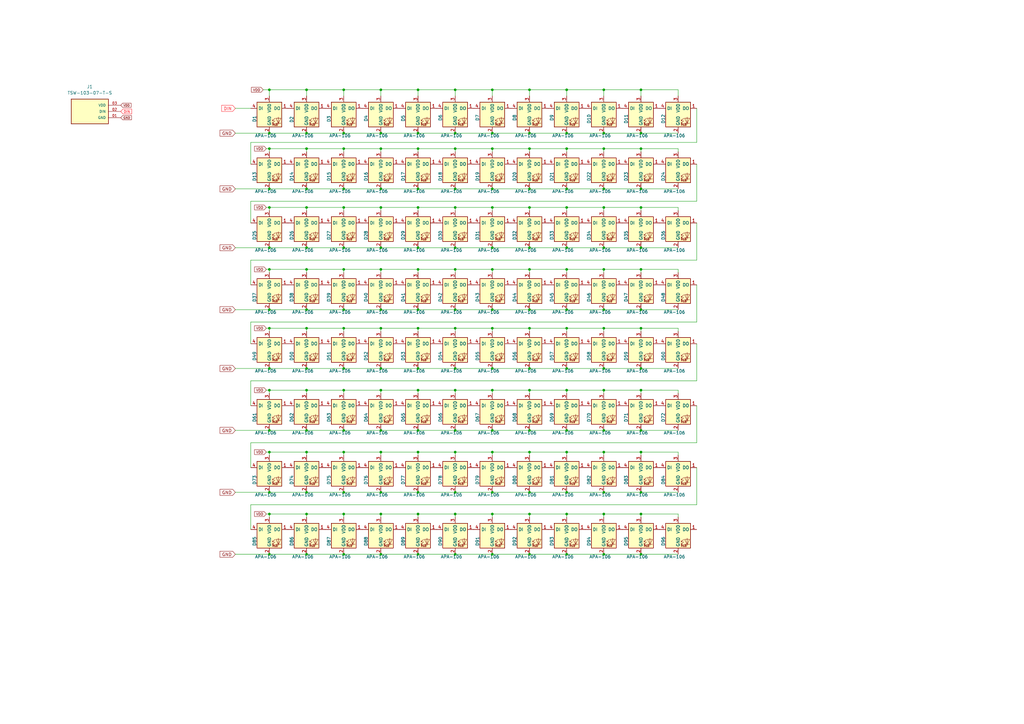
<source format=kicad_sch>
(kicad_sch (version 20231120) (generator "eeschema") (generator_version "8.0")
  (paper "A3")
  (title_block (title "BD1 Led Panel") (date "12-06-2024") (company "felixdpg"))
  (junction (at 232.41 185.42))
  (junction (at 156.21 54.61))
  (junction (at 247.65 201.93))
  (junction (at 171.45 77.47))
  (junction (at 247.65 134.62))
  (junction (at 201.93 210.82))
  (junction (at 140.97 101.6))
  (junction (at 140.97 110.49))
  (junction (at 186.69 101.6))
  (junction (at 232.41 85.09))
  (junction (at 110.49 36.83))
  (junction (at 140.97 176.53))
  (junction (at 186.69 210.82))
  (junction (at 140.97 36.83))
  (junction (at 217.17 210.82))
  (junction (at 232.41 60.96))
  (junction (at 262.89 201.93))
  (junction (at 262.89 176.53))
  (junction (at 232.41 151.13))
  (junction (at 125.73 85.09))
  (junction (at 217.17 134.62))
  (junction (at 156.21 151.13))
  (junction (at 217.17 36.83))
  (junction (at 156.21 60.96))
  (junction (at 140.97 60.96))
  (junction (at 125.73 210.82))
  (junction (at 247.65 185.42))
  (junction (at 201.93 54.61))
  (junction (at 186.69 201.93))
  (junction (at 186.69 160.02))
  (junction (at 232.41 201.93))
  (junction (at 140.97 210.82))
  (junction (at 156.21 210.82))
  (junction (at 156.21 110.49))
  (junction (at 262.89 227.33))
  (junction (at 110.49 54.61))
  (junction (at 201.93 77.47))
  (junction (at 186.69 36.83))
  (junction (at 247.65 85.09))
  (junction (at 186.69 54.61))
  (junction (at 247.65 110.49))
  (junction (at 201.93 127))
  (junction (at 232.41 134.62))
  (junction (at 110.49 134.62))
  (junction (at 201.93 201.93))
  (junction (at 201.93 101.6))
  (junction (at 171.45 101.6))
  (junction (at 186.69 176.53))
  (junction (at 262.89 54.61))
  (junction (at 262.89 185.42))
  (junction (at 217.17 176.53))
  (junction (at 125.73 60.96))
  (junction (at 125.73 151.13))
  (junction (at 247.65 176.53))
  (junction (at 232.41 160.02))
  (junction (at 262.89 160.02))
  (junction (at 232.41 77.47))
  (junction (at 110.49 101.6))
  (junction (at 217.17 185.42))
  (junction (at 217.17 110.49))
  (junction (at 247.65 101.6))
  (junction (at 186.69 151.13))
  (junction (at 125.73 160.02))
  (junction (at 110.49 210.82))
  (junction (at 232.41 176.53))
  (junction (at 125.73 36.83))
  (junction (at 156.21 201.93))
  (junction (at 232.41 101.6))
  (junction (at 110.49 127))
  (junction (at 156.21 185.42))
  (junction (at 171.45 36.83))
  (junction (at 262.89 127))
  (junction (at 247.65 77.47))
  (junction (at 247.65 227.33))
  (junction (at 156.21 176.53))
  (junction (at 201.93 160.02))
  (junction (at 247.65 54.61))
  (junction (at 125.73 54.61))
  (junction (at 262.89 36.83))
  (junction (at 186.69 60.96))
  (junction (at 217.17 160.02))
  (junction (at 110.49 176.53))
  (junction (at 186.69 110.49))
  (junction (at 140.97 151.13))
  (junction (at 125.73 176.53))
  (junction (at 201.93 85.09))
  (junction (at 201.93 185.42))
  (junction (at 125.73 227.33))
  (junction (at 140.97 185.42))
  (junction (at 110.49 110.49))
  (junction (at 156.21 134.62))
  (junction (at 171.45 127))
  (junction (at 156.21 227.33))
  (junction (at 217.17 54.61))
  (junction (at 171.45 60.96))
  (junction (at 125.73 77.47))
  (junction (at 247.65 160.02))
  (junction (at 247.65 60.96))
  (junction (at 201.93 134.62))
  (junction (at 201.93 227.33))
  (junction (at 110.49 60.96))
  (junction (at 156.21 127))
  (junction (at 201.93 36.83))
  (junction (at 262.89 101.6))
  (junction (at 232.41 54.61))
  (junction (at 217.17 127))
  (junction (at 217.17 227.33))
  (junction (at 247.65 127))
  (junction (at 232.41 36.83))
  (junction (at 156.21 160.02))
  (junction (at 156.21 85.09))
  (junction (at 171.45 85.09))
  (junction (at 262.89 110.49))
  (junction (at 110.49 85.09))
  (junction (at 156.21 77.47))
  (junction (at 171.45 201.93))
  (junction (at 156.21 101.6))
  (junction (at 217.17 151.13))
  (junction (at 247.65 210.82))
  (junction (at 140.97 134.62))
  (junction (at 171.45 210.82))
  (junction (at 171.45 160.02))
  (junction (at 110.49 151.13))
  (junction (at 232.41 210.82))
  (junction (at 171.45 110.49))
  (junction (at 140.97 85.09))
  (junction (at 171.45 134.62))
  (junction (at 110.49 227.33))
  (junction (at 140.97 127))
  (junction (at 110.49 160.02))
  (junction (at 125.73 185.42))
  (junction (at 262.89 134.62))
  (junction (at 171.45 185.42))
  (junction (at 262.89 85.09))
  (junction (at 186.69 77.47))
  (junction (at 217.17 77.47))
  (junction (at 156.21 36.83))
  (junction (at 125.73 110.49))
  (junction (at 247.65 36.83))
  (junction (at 247.65 151.13))
  (junction (at 140.97 160.02))
  (junction (at 110.49 185.42))
  (junction (at 201.93 60.96))
  (junction (at 186.69 227.33))
  (junction (at 186.69 134.62))
  (junction (at 262.89 151.13))
  (junction (at 140.97 227.33))
  (junction (at 125.73 201.93))
  (junction (at 125.73 101.6))
  (junction (at 201.93 151.13))
  (junction (at 232.41 110.49))
  (junction (at 232.41 227.33))
  (junction (at 262.89 77.47))
  (junction (at 217.17 101.6))
  (junction (at 140.97 54.61))
  (junction (at 262.89 60.96))
  (junction (at 140.97 77.47))
  (junction (at 125.73 134.62))
  (junction (at 110.49 77.47))
  (junction (at 171.45 54.61))
  (junction (at 217.17 85.09))
  (junction (at 201.93 110.49))
  (junction (at 171.45 227.33))
  (junction (at 232.41 127))
  (junction (at 201.93 176.53))
  (junction (at 217.17 60.96))
  (junction (at 110.49 201.93))
  (junction (at 140.97 201.93))
  (junction (at 262.89 210.82))
  (junction (at 186.69 85.09))
  (junction (at 186.69 127))
  (junction (at 217.17 201.93))
  (junction (at 186.69 185.42))
  (junction (at 171.45 176.53))
  (junction (at 125.73 127))
  (junction (at 171.45 151.13))
  (wire (pts (xy 125.73 85.09) (xy 125.73 86.36)))
  (wire (pts (xy 232.41 110.49) (xy 232.41 111.76)))
  (wire (pts (xy 107.95 36.83) (xy 110.49 36.83)))
  (wire (pts (xy 217.17 60.96) (xy 232.41 60.96)))
  (wire (pts (xy 217.17 227.33) (xy 232.41 227.33)))
  (wire (pts (xy 140.97 77.47) (xy 156.21 77.47)))
  (wire (pts (xy 217.17 36.83) (xy 232.41 36.83)))
  (wire (pts (xy 247.65 77.47) (xy 262.89 77.47)))
  (wire (pts (xy 247.65 160.02) (xy 247.65 161.29)))
  (wire (pts (xy 140.97 110.49) (xy 156.21 110.49)))
  (wire (pts (xy 110.49 227.33) (xy 125.73 227.33)))
  (wire (pts (xy 140.97 134.62) (xy 140.97 135.89)))
  (wire (pts (xy 186.69 77.47) (xy 201.93 77.47)))
  (wire (pts (xy 247.65 185.42) (xy 262.89 185.42)))
  (wire (pts (xy 186.69 176.53) (xy 201.93 176.53)))
  (wire (pts (xy 156.21 110.49) (xy 156.21 111.76)))
  (wire (pts (xy 262.89 134.62) (xy 278.13 134.62)))
  (wire (pts (xy 201.93 185.42) (xy 217.17 185.42)))
  (wire (pts (xy 156.21 127) (xy 171.45 127)))
  (wire (pts (xy 110.49 85.09) (xy 125.73 85.09)))
  (wire (pts (xy 125.73 201.93) (xy 140.97 201.93)))
  (wire (pts (xy 102.87 156.21) (xy 102.87 166.37)))
  (wire (pts (xy 247.65 85.09) (xy 247.65 86.36)))
  (wire (pts (xy 102.87 82.55) (xy 102.87 91.44)))
  (wire (pts (xy 140.97 36.83) (xy 140.97 39.37)))
  (wire (pts (xy 232.41 210.82) (xy 247.65 210.82)))
  (wire (pts (xy 262.89 36.83) (xy 262.89 39.37)))
  (wire (pts (xy 278.13 134.62) (xy 278.13 135.89)))
  (wire (pts (xy 125.73 127) (xy 140.97 127)))
  (wire (pts (xy 140.97 176.53) (xy 156.21 176.53)))
  (wire (pts (xy 140.97 54.61) (xy 156.21 54.61)))
  (wire (pts (xy 247.65 134.62) (xy 247.65 135.89)))
  (wire (pts (xy 262.89 110.49) (xy 262.89 111.76)))
  (wire (pts (xy 232.41 160.02) (xy 247.65 160.02)))
  (wire (pts (xy 278.13 36.83) (xy 278.13 39.37)))
  (wire (pts (xy 140.97 127) (xy 156.21 127)))
  (wire (pts (xy 171.45 36.83) (xy 186.69 36.83)))
  (wire (pts (xy 156.21 60.96) (xy 156.21 62.23)))
  (wire (pts (xy 140.97 185.42) (xy 140.97 186.69)))
  (wire (pts (xy 217.17 85.09) (xy 217.17 86.36)))
  (wire (pts (xy 201.93 85.09) (xy 201.93 86.36)))
  (wire (pts (xy 186.69 160.02) (xy 201.93 160.02)))
  (wire (pts (xy 232.41 110.49) (xy 247.65 110.49)))
  (wire (pts (xy 171.45 134.62) (xy 171.45 135.89)))
  (wire (pts (xy 217.17 36.83) (xy 217.17 39.37)))
  (wire (pts (xy 110.49 176.53) (xy 125.73 176.53)))
  (wire (pts (xy 278.13 185.42) (xy 278.13 186.69)))
  (wire (pts (xy 125.73 185.42) (xy 125.73 186.69)))
  (wire (pts (xy 171.45 210.82) (xy 186.69 210.82)))
  (wire (pts (xy 186.69 227.33) (xy 201.93 227.33)))
  (wire (pts (xy 262.89 54.61) (xy 278.13 54.61)))
  (wire (pts (xy 110.49 185.42) (xy 110.49 186.69)))
  (wire (pts (xy 201.93 54.61) (xy 217.17 54.61)))
  (wire (pts (xy 140.97 134.62) (xy 156.21 134.62)))
  (wire (pts (xy 262.89 176.53) (xy 278.13 176.53)))
  (wire (pts (xy 247.65 210.82) (xy 262.89 210.82)))
  (wire (pts (xy 186.69 210.82) (xy 186.69 212.09)))
  (wire (pts (xy 156.21 160.02) (xy 156.21 161.29)))
  (wire (pts (xy 217.17 60.96) (xy 217.17 62.23)))
  (wire (pts (xy 110.49 201.93) (xy 125.73 201.93)))
  (wire (pts (xy 156.21 134.62) (xy 171.45 134.62)))
  (wire (pts (xy 201.93 151.13) (xy 217.17 151.13)))
  (wire (pts (xy 247.65 210.82) (xy 247.65 212.09)))
  (wire (pts (xy 278.13 85.09) (xy 278.13 86.36)))
  (wire (pts (xy 125.73 85.09) (xy 140.97 85.09)))
  (wire (pts (xy 262.89 210.82) (xy 278.13 210.82)))
  (wire (pts (xy 125.73 185.42) (xy 140.97 185.42)))
  (wire (pts (xy 232.41 101.6) (xy 247.65 101.6)))
  (wire (pts (xy 232.41 54.61) (xy 247.65 54.61)))
  (wire (pts (xy 232.41 160.02) (xy 232.41 161.29)))
  (wire (pts (xy 125.73 227.33) (xy 140.97 227.33)))
  (wire (pts (xy 186.69 151.13) (xy 201.93 151.13)))
  (wire (pts (xy 217.17 77.47) (xy 232.41 77.47)))
  (wire (pts (xy 217.17 110.49) (xy 232.41 110.49)))
  (wire (pts (xy 125.73 210.82) (xy 125.73 212.09)))
  (wire (pts (xy 247.65 110.49) (xy 262.89 110.49)))
  (wire (pts (xy 232.41 85.09) (xy 232.41 86.36)))
  (wire (pts (xy 247.65 201.93) (xy 262.89 201.93)))
  (wire (pts (xy 171.45 60.96) (xy 171.45 62.23)))
  (wire (pts (xy 262.89 77.47) (xy 278.13 77.47)))
  (wire (pts (xy 140.97 160.02) (xy 156.21 160.02)))
  (wire (pts (xy 156.21 227.33) (xy 171.45 227.33)))
  (wire (pts (xy 262.89 160.02) (xy 262.89 161.29)))
  (wire (pts (xy 186.69 134.62) (xy 201.93 134.62)))
  (wire (pts (xy 217.17 54.61) (xy 232.41 54.61)))
  (wire (pts (xy 247.65 110.49) (xy 247.65 111.76)))
  (wire (pts (xy 156.21 134.62) (xy 156.21 135.89)))
  (wire (pts (xy 110.49 60.96) (xy 110.49 62.23)))
  (wire (pts (xy 140.97 210.82) (xy 140.97 212.09)))
  (wire (pts (xy 156.21 151.13) (xy 171.45 151.13)))
  (wire (pts (xy 262.89 60.96) (xy 262.89 62.23)))
  (wire (pts (xy 285.75 91.44) (xy 285.75 106.68)))
  (wire (pts (xy 201.93 201.93) (xy 217.17 201.93)))
  (wire (pts (xy 96.52 77.47) (xy 110.49 77.47)))
  (wire (pts (xy 109.22 85.09) (xy 110.49 85.09)))
  (wire (pts (xy 110.49 110.49) (xy 110.49 111.76)))
  (wire (pts (xy 217.17 127) (xy 232.41 127)))
  (wire (pts (xy 140.97 110.49) (xy 140.97 111.76)))
  (wire (pts (xy 140.97 201.93) (xy 156.21 201.93)))
  (wire (pts (xy 232.41 134.62) (xy 247.65 134.62)))
  (wire (pts (xy 171.45 134.62) (xy 186.69 134.62)))
  (wire (pts (xy 171.45 185.42) (xy 171.45 186.69)))
  (wire (pts (xy 110.49 36.83) (xy 125.73 36.83)))
  (wire (pts (xy 247.65 60.96) (xy 262.89 60.96)))
  (wire (pts (xy 186.69 185.42) (xy 201.93 185.42)))
  (wire (pts (xy 232.41 85.09) (xy 247.65 85.09)))
  (wire (pts (xy 201.93 110.49) (xy 201.93 111.76)))
  (wire (pts (xy 102.87 207.01) (xy 102.87 217.17)))
  (wire (pts (xy 125.73 210.82) (xy 140.97 210.82)))
  (wire (pts (xy 96.52 227.33) (xy 110.49 227.33)))
  (wire (pts (xy 247.65 151.13) (xy 262.89 151.13)))
  (wire (pts (xy 109.22 160.02) (xy 110.49 160.02)))
  (wire (pts (xy 125.73 36.83) (xy 125.73 39.37)))
  (wire (pts (xy 156.21 185.42) (xy 156.21 186.69)))
  (wire (pts (xy 247.65 36.83) (xy 247.65 39.37)))
  (wire (pts (xy 102.87 181.61) (xy 102.87 191.77)))
  (wire (pts (xy 156.21 110.49) (xy 171.45 110.49)))
  (wire (pts (xy 109.22 185.42) (xy 110.49 185.42)))
  (wire (pts (xy 110.49 134.62) (xy 125.73 134.62)))
  (wire (pts (xy 247.65 101.6) (xy 262.89 101.6)))
  (wire (pts (xy 125.73 77.47) (xy 140.97 77.47)))
  (wire (pts (xy 217.17 160.02) (xy 217.17 161.29)))
  (wire (pts (xy 278.13 160.02) (xy 278.13 161.29)))
  (wire (pts (xy 217.17 210.82) (xy 217.17 212.09)))
  (wire (pts (xy 156.21 77.47) (xy 171.45 77.47)))
  (wire (pts (xy 201.93 210.82) (xy 217.17 210.82)))
  (wire (pts (xy 247.65 160.02) (xy 262.89 160.02)))
  (wire (pts (xy 156.21 160.02) (xy 171.45 160.02)))
  (wire (pts (xy 232.41 227.33) (xy 247.65 227.33)))
  (wire (pts (xy 140.97 60.96) (xy 156.21 60.96)))
  (wire (pts (xy 171.45 85.09) (xy 171.45 86.36)))
  (wire (pts (xy 217.17 110.49) (xy 217.17 111.76)))
  (wire (pts (xy 125.73 110.49) (xy 140.97 110.49)))
  (wire (pts (xy 285.75 82.55) (xy 102.87 82.55)))
  (wire (pts (xy 262.89 110.49) (xy 278.13 110.49)))
  (wire (pts (xy 262.89 85.09) (xy 262.89 86.36)))
  (wire (pts (xy 217.17 185.42) (xy 217.17 186.69)))
  (wire (pts (xy 201.93 134.62) (xy 201.93 135.89)))
  (wire (pts (xy 186.69 110.49) (xy 201.93 110.49)))
  (wire (pts (xy 201.93 176.53) (xy 217.17 176.53)))
  (wire (pts (xy 278.13 110.49) (xy 278.13 111.76)))
  (wire (pts (xy 171.45 176.53) (xy 186.69 176.53)))
  (wire (pts (xy 232.41 151.13) (xy 247.65 151.13)))
  (wire (pts (xy 96.52 176.53) (xy 110.49 176.53)))
  (wire (pts (xy 217.17 160.02) (xy 232.41 160.02)))
  (wire (pts (xy 232.41 134.62) (xy 232.41 135.89)))
  (wire (pts (xy 171.45 36.83) (xy 171.45 39.37)))
  (wire (pts (xy 247.65 134.62) (xy 262.89 134.62)))
  (wire (pts (xy 262.89 60.96) (xy 278.13 60.96)))
  (wire (pts (xy 125.73 134.62) (xy 125.73 135.89)))
  (wire (pts (xy 102.87 207.01) (xy 285.75 207.01)))
  (wire (pts (xy 285.75 181.61) (xy 102.87 181.61)))
  (wire (pts (xy 217.17 201.93) (xy 232.41 201.93)))
  (wire (pts (xy 156.21 54.61) (xy 171.45 54.61)))
  (wire (pts (xy 217.17 85.09) (xy 232.41 85.09)))
  (wire (pts (xy 171.45 77.47) (xy 186.69 77.47)))
  (wire (pts (xy 125.73 101.6) (xy 140.97 101.6)))
  (wire (pts (xy 201.93 134.62) (xy 217.17 134.62)))
  (wire (pts (xy 232.41 77.47) (xy 247.65 77.47)))
  (wire (pts (xy 201.93 227.33) (xy 217.17 227.33)))
  (wire (pts (xy 110.49 54.61) (xy 125.73 54.61)))
  (wire (pts (xy 201.93 36.83) (xy 201.93 39.37)))
  (wire (pts (xy 262.89 210.82) (xy 262.89 212.09)))
  (wire (pts (xy 285.75 156.21) (xy 285.75 140.97)))
  (wire (pts (xy 232.41 127) (xy 247.65 127)))
  (wire (pts (xy 201.93 101.6) (xy 217.17 101.6)))
  (wire (pts (xy 232.41 201.93) (xy 247.65 201.93)))
  (wire (pts (xy 262.89 134.62) (xy 262.89 135.89)))
  (wire (pts (xy 186.69 36.83) (xy 201.93 36.83)))
  (wire (pts (xy 232.41 176.53) (xy 247.65 176.53)))
  (wire (pts (xy 140.97 36.83) (xy 156.21 36.83)))
  (wire (pts (xy 262.89 85.09) (xy 278.13 85.09)))
  (wire (pts (xy 262.89 101.6) (xy 278.13 101.6)))
  (wire (pts (xy 102.87 156.21) (xy 285.75 156.21)))
  (wire (pts (xy 262.89 127) (xy 278.13 127)))
  (wire (pts (xy 171.45 210.82) (xy 171.45 212.09)))
  (wire (pts (xy 232.41 36.83) (xy 232.41 39.37)))
  (wire (pts (xy 110.49 160.02) (xy 110.49 161.29)))
  (wire (pts (xy 186.69 210.82) (xy 201.93 210.82)))
  (wire (pts (xy 247.65 227.33) (xy 262.89 227.33)))
  (wire (pts (xy 201.93 77.47) (xy 217.17 77.47)))
  (wire (pts (xy 125.73 151.13) (xy 140.97 151.13)))
  (wire (pts (xy 156.21 36.83) (xy 156.21 39.37)))
  (wire (pts (xy 171.45 160.02) (xy 186.69 160.02)))
  (wire (pts (xy 110.49 210.82) (xy 110.49 212.09)))
  (wire (pts (xy 247.65 85.09) (xy 262.89 85.09)))
  (wire (pts (xy 125.73 36.83) (xy 140.97 36.83)))
  (wire (pts (xy 262.89 36.83) (xy 278.13 36.83)))
  (wire (pts (xy 110.49 210.82) (xy 125.73 210.82)))
  (wire (pts (xy 110.49 77.47) (xy 125.73 77.47)))
  (wire (pts (xy 186.69 36.83) (xy 186.69 39.37)))
  (wire (pts (xy 186.69 160.02) (xy 186.69 161.29)))
  (wire (pts (xy 171.45 110.49) (xy 171.45 111.76)))
  (wire (pts (xy 140.97 60.96) (xy 140.97 62.23)))
  (wire (pts (xy 110.49 151.13) (xy 125.73 151.13)))
  (wire (pts (xy 278.13 210.82) (xy 278.13 212.09)))
  (wire (pts (xy 125.73 160.02) (xy 140.97 160.02)))
  (wire (pts (xy 247.65 176.53) (xy 262.89 176.53)))
  (wire (pts (xy 285.75 116.84) (xy 285.75 132.08)))
  (wire (pts (xy 186.69 101.6) (xy 201.93 101.6)))
  (wire (pts (xy 285.75 67.31) (xy 285.75 82.55)))
  (wire (pts (xy 186.69 201.93) (xy 201.93 201.93)))
  (wire (pts (xy 285.75 191.77) (xy 285.75 207.01)))
  (wire (pts (xy 217.17 176.53) (xy 232.41 176.53)))
  (wire (pts (xy 262.89 151.13) (xy 278.13 151.13)))
  (wire (pts (xy 247.65 185.42) (xy 247.65 186.69)))
  (wire (pts (xy 156.21 60.96) (xy 171.45 60.96)))
  (wire (pts (xy 110.49 160.02) (xy 125.73 160.02)))
  (wire (pts (xy 110.49 185.42) (xy 125.73 185.42)))
  (wire (pts (xy 232.41 185.42) (xy 247.65 185.42)))
  (wire (pts (xy 156.21 101.6) (xy 171.45 101.6)))
  (wire (pts (xy 285.75 44.45) (xy 285.75 58.42)))
  (wire (pts (xy 201.93 127) (xy 217.17 127)))
  (wire (pts (xy 140.97 85.09) (xy 156.21 85.09)))
  (wire (pts (xy 232.41 60.96) (xy 232.41 62.23)))
  (wire (pts (xy 96.52 201.93) (xy 110.49 201.93)))
  (wire (pts (xy 125.73 60.96) (xy 125.73 62.23)))
  (wire (pts (xy 217.17 134.62) (xy 217.17 135.89)))
  (wire (pts (xy 171.45 160.02) (xy 171.45 161.29)))
  (wire (pts (xy 217.17 101.6) (xy 232.41 101.6)))
  (wire (pts (xy 247.65 36.83) (xy 262.89 36.83)))
  (wire (pts (xy 201.93 36.83) (xy 217.17 36.83)))
  (wire (pts (xy 110.49 60.96) (xy 125.73 60.96)))
  (wire (pts (xy 201.93 160.02) (xy 201.93 161.29)))
  (wire (pts (xy 110.49 134.62) (xy 110.49 135.89)))
  (wire (pts (xy 109.22 110.49) (xy 110.49 110.49)))
  (wire (pts (xy 278.13 60.96) (xy 278.13 62.23)))
  (wire (pts (xy 262.89 201.93) (xy 278.13 201.93)))
  (wire (pts (xy 217.17 151.13) (xy 232.41 151.13)))
  (wire (pts (xy 247.65 60.96) (xy 247.65 62.23)))
  (wire (pts (xy 171.45 60.96) (xy 186.69 60.96)))
  (wire (pts (xy 186.69 60.96) (xy 201.93 60.96)))
  (wire (pts (xy 171.45 110.49) (xy 186.69 110.49)))
  (wire (pts (xy 201.93 210.82) (xy 201.93 212.09)))
  (wire (pts (xy 110.49 110.49) (xy 125.73 110.49)))
  (wire (pts (xy 285.75 166.37) (xy 285.75 181.61)))
  (wire (pts (xy 102.87 132.08) (xy 102.87 140.97)))
  (wire (pts (xy 140.97 85.09) (xy 140.97 86.36)))
  (wire (pts (xy 232.41 36.83) (xy 247.65 36.83)))
  (wire (pts (xy 247.65 54.61) (xy 262.89 54.61)))
  (wire (pts (xy 186.69 85.09) (xy 186.69 86.36)))
  (wire (pts (xy 186.69 54.61) (xy 201.93 54.61)))
  (wire (pts (xy 262.89 227.33) (xy 278.13 227.33)))
  (wire (pts (xy 171.45 54.61) (xy 186.69 54.61)))
  (wire (pts (xy 140.97 210.82) (xy 156.21 210.82)))
  (wire (pts (xy 186.69 134.62) (xy 186.69 135.89)))
  (wire (pts (xy 262.89 185.42) (xy 278.13 185.42)))
  (wire (pts (xy 110.49 85.09) (xy 110.49 86.36)))
  (wire (pts (xy 102.87 106.68) (xy 102.87 116.84)))
  (wire (pts (xy 201.93 110.49) (xy 217.17 110.49)))
  (wire (pts (xy 201.93 160.02) (xy 217.17 160.02)))
  (wire (pts (xy 285.75 106.68) (xy 102.87 106.68)))
  (wire (pts (xy 125.73 134.62) (xy 140.97 134.62)))
  (wire (pts (xy 232.41 210.82) (xy 232.41 212.09)))
  (wire (pts (xy 262.89 160.02) (xy 278.13 160.02)))
  (wire (pts (xy 156.21 185.42) (xy 171.45 185.42)))
  (wire (pts (xy 171.45 85.09) (xy 186.69 85.09)))
  (wire (pts (xy 96.52 44.45) (xy 102.87 44.45)))
  (wire (pts (xy 110.49 101.6) (xy 125.73 101.6)))
  (wire (pts (xy 102.87 132.08) (xy 285.75 132.08)))
  (wire (pts (xy 156.21 85.09) (xy 156.21 86.36)))
  (wire (pts (xy 186.69 85.09) (xy 201.93 85.09)))
  (wire (pts (xy 186.69 110.49) (xy 186.69 111.76)))
  (wire (pts (xy 140.97 101.6) (xy 156.21 101.6)))
  (wire (pts (xy 140.97 160.02) (xy 140.97 161.29)))
  (wire (pts (xy 201.93 185.42) (xy 201.93 186.69)))
  (wire (pts (xy 125.73 60.96) (xy 140.97 60.96)))
  (wire (pts (xy 171.45 101.6) (xy 186.69 101.6)))
  (wire (pts (xy 262.89 185.42) (xy 262.89 186.69)))
  (wire (pts (xy 156.21 210.82) (xy 156.21 212.09)))
  (wire (pts (xy 110.49 127) (xy 125.73 127)))
  (wire (pts (xy 102.87 58.42) (xy 102.87 67.31)))
  (wire (pts (xy 171.45 201.93) (xy 186.69 201.93)))
  (wire (pts (xy 201.93 85.09) (xy 217.17 85.09)))
  (wire (pts (xy 217.17 210.82) (xy 232.41 210.82)))
  (wire (pts (xy 201.93 60.96) (xy 217.17 60.96)))
  (wire (pts (xy 125.73 54.61) (xy 140.97 54.61)))
  (wire (pts (xy 156.21 176.53) (xy 171.45 176.53)))
  (wire (pts (xy 125.73 160.02) (xy 125.73 161.29)))
  (wire (pts (xy 156.21 36.83) (xy 171.45 36.83)))
  (wire (pts (xy 96.52 54.61) (xy 110.49 54.61)))
  (wire (pts (xy 217.17 185.42) (xy 232.41 185.42)))
  (wire (pts (xy 201.93 60.96) (xy 201.93 62.23)))
  (wire (pts (xy 110.49 36.83) (xy 110.49 39.37)))
  (wire (pts (xy 156.21 85.09) (xy 171.45 85.09)))
  (wire (pts (xy 156.21 201.93) (xy 171.45 201.93)))
  (wire (pts (xy 156.21 210.82) (xy 171.45 210.82)))
  (wire (pts (xy 109.22 60.96) (xy 110.49 60.96)))
  (wire (pts (xy 186.69 127) (xy 201.93 127)))
  (wire (pts (xy 140.97 227.33) (xy 156.21 227.33)))
  (wire (pts (xy 96.52 151.13) (xy 110.49 151.13)))
  (wire (pts (xy 217.17 134.62) (xy 232.41 134.62)))
  (wire (pts (xy 109.22 134.62) (xy 110.49 134.62)))
  (wire (pts (xy 140.97 151.13) (xy 156.21 151.13)))
  (wire (pts (xy 171.45 127) (xy 186.69 127)))
  (wire (pts (xy 171.45 227.33) (xy 186.69 227.33)))
  (wire (pts (xy 125.73 110.49) (xy 125.73 111.76)))
  (wire (pts (xy 96.52 101.6) (xy 110.49 101.6)))
  (wire (pts (xy 96.52 127) (xy 110.49 127)))
  (wire (pts (xy 171.45 185.42) (xy 186.69 185.42)))
  (wire (pts (xy 109.22 210.82) (xy 110.49 210.82)))
  (wire (pts (xy 285.75 58.42) (xy 102.87 58.42)))
  (wire (pts (xy 247.65 127) (xy 262.89 127)))
  (wire (pts (xy 125.73 176.53) (xy 140.97 176.53)))
  (wire (pts (xy 232.41 60.96) (xy 247.65 60.96)))
  (wire (pts (xy 186.69 60.96) (xy 186.69 62.23)))
  (wire (pts (xy 232.41 185.42) (xy 232.41 186.69)))
  (wire (pts (xy 140.97 185.42) (xy 156.21 185.42)))
  (wire (pts (xy 186.69 185.42) (xy 186.69 186.69)))
  (wire (pts (xy 171.45 151.13) (xy 186.69 151.13)))
  (global_label "GND" (shape input) (at 96.52 201.93 180) (property "Intersheetrefs" "${INTERSHEET_REFS}" (effects (hide yes))))
  (global_label "GND" (shape input) (at 96.52 227.33 180) (property "Intersheetrefs" "${INTERSHEET_REFS}" (effects (hide yes))))
  (global_label "VDD" (shape input) (at 109.22 110.49 180) (effects (font (size 1.016 1.016))) (property "Intersheetrefs" "${INTERSHEET_REFS}" (effects (hide yes))))
  (global_label "VDD" (shape input) (at 49.53 43.18 0) (effects (font (size 0.889 0.889))) (property "Intersheetrefs" "${INTERSHEET_REFS}" (effects (hide yes))))
  (global_label "VDD" (shape input) (at 109.22 134.62 180) (effects (font (size 1.016 1.016))) (property "Intersheetrefs" "${INTERSHEET_REFS}" (effects (hide yes))))
  (global_label "GND" (shape input) (at 96.52 127 180) (property "Intersheetrefs" "${INTERSHEET_REFS}" (effects (hide yes))))
  (global_label "GND" (shape input) (at 96.52 77.47 180) (property "Intersheetrefs" "${INTERSHEET_REFS}" (effects (hide yes))))
  (global_label "VDD" (shape input) (at 109.22 60.96 180) (effects (font (size 1.016 1.016))) (property "Intersheetrefs" "${INTERSHEET_REFS}" (effects (hide yes))))
  (global_label "VDD" (shape input) (at 109.22 85.09 180) (effects (font (size 1.016 1.016))) (property "Intersheetrefs" "${INTERSHEET_REFS}" (effects (hide yes))))
  (global_label "VDD" (shape input) (at 109.22 160.02 180) (effects (font (size 1.016 1.016))) (property "Intersheetrefs" "${INTERSHEET_REFS}" (effects (hide yes))))
  (global_label "GND" (shape input) (at 96.52 101.6 180) (property "Intersheetrefs" "${INTERSHEET_REFS}" (effects (hide yes))))
  (global_label "VDD" (shape input) (at 107.95 36.83 180) (effects (font (size 1.016 1.016))) (property "Intersheetrefs" "${INTERSHEET_REFS}" (effects (hide yes))))
  (global_label "GND" (shape input) (at 49.53 48.26 0) (effects (font (size 0.889 0.889))) (property "Intersheetrefs" "${INTERSHEET_REFS}" (effects (hide yes))))
  (global_label "DIN" (shape input) (at 96.52 44.45 180) (property "Intersheetrefs" "${INTERSHEET_REFS}" (effects (hide yes))))
  (global_label "GND" (shape input) (at 96.52 54.61 180) (property "Intersheetrefs" "${INTERSHEET_REFS}" (effects (hide yes))))
  (global_label "DIN" (shape input) (at 49.53 45.72 0) (effects (font (size 1.016 1.016))) (property "Intersheetrefs" "${INTERSHEET_REFS}" (effects (hide yes))))
  (global_label "VDD" (shape input) (at 109.22 210.82 180) (effects (font (size 1.016 1.016))) (property "Intersheetrefs" "${INTERSHEET_REFS}" (effects (hide yes))))
  (global_label "VDD" (shape input) (at 109.22 185.42 180) (effects (font (size 1.016 1.016))) (property "Intersheetrefs" "${INTERSHEET_REFS}" (effects (hide yes))))
  (global_label "GND" (shape input) (at 96.52 151.13 180) (property "Intersheetrefs" "${INTERSHEET_REFS}" (effects (hide yes))))
  (global_label "GND" (shape input) (at 96.52 176.53 180) (property "Intersheetrefs" "${INTERSHEET_REFS}" (effects (hide yes))))
  (symbol (lib_id "LED:APA-106-F5") (at 156.21 46.99 0) (unit 1)
    (property "Reference" "D4" (at 150.114 48.514 90))
    (property "Value" "APA-106" (at 154.686 55.626 0))
    (property "Footprint" "LED_THT:LED_D5.0mm-4_RGB" (effects (hide yes)))
    (property "Datasheet" "https://cdn.sparkfun.com/datasheets/Components/LED/COM-12877.pdf" (effects (hide yes)))
    (property "Description" "RGB LED with integrated controller, 5mm Package" (effects (hide yes)))
  )
  (symbol (lib_id "LED:APA-106-F5") (at 140.97 46.99 0) (unit 1)
    (property "Reference" "D3" (at 134.874 48.768 90))
    (property "Value" "APA-106" (at 139.446 55.626 0))
    (property "Footprint" "LED_THT:LED_D5.0mm-4_RGB" (effects (hide yes)))
    (property "Datasheet" "https://cdn.sparkfun.com/datasheets/Components/LED/COM-12877.pdf" (effects (hide yes)))
    (property "Description" "RGB LED with integrated controller, 5mm Package" (effects (hide yes)))
  )
  (symbol (lib_id "LED:APA-106-F5") (at 278.13 219.71 0) (unit 1)
    (property "Reference" "D96" (at 272.034 221.996 90))
    (property "Value" "APA-106" (at 276.606 228.346 0))
    (property "Footprint" "LED_THT:LED_D5.0mm-4_RGB" (effects (hide yes)))
    (property "Datasheet" "https://cdn.sparkfun.com/datasheets/Components/LED/COM-12877.pdf" (effects (hide yes)))
    (property "Description" "RGB LED with integrated controller, 5mm Package" (effects (hide yes)))
  )
  (symbol (lib_id "LED:APA-106-F5") (at 232.41 93.98 0) (unit 1)
    (property "Reference" "D33" (at 226.314 96.52 90))
    (property "Value" "APA-106" (at 230.886 102.616 0))
    (property "Footprint" "LED_THT:LED_D5.0mm-4_RGB" (effects (hide yes)))
    (property "Datasheet" "https://cdn.sparkfun.com/datasheets/Components/LED/COM-12877.pdf" (effects (hide yes)))
    (property "Description" "RGB LED with integrated controller, 5mm Package" (effects (hide yes)))
  )
  (symbol (lib_id "LED:APA-106-F5") (at 140.97 168.91 0) (unit 1)
    (property "Reference" "D63" (at 134.874 171.196 90))
    (property "Value" "APA-106" (at 139.446 177.546 0))
    (property "Footprint" "LED_THT:LED_D5.0mm-4_RGB" (effects (hide yes)))
    (property "Datasheet" "https://cdn.sparkfun.com/datasheets/Components/LED/COM-12877.pdf" (effects (hide yes)))
    (property "Description" "RGB LED with integrated controller, 5mm Package" (effects (hide yes)))
  )
  (symbol (lib_id "LED:APA-106-F5") (at 125.73 46.99 0) (unit 1)
    (property "Reference" "D2" (at 119.634 49.022 90))
    (property "Value" "APA-106" (at 124.206 55.626 0))
    (property "Footprint" "LED_THT:LED_D5.0mm-4_RGB" (effects (hide yes)))
    (property "Datasheet" "https://cdn.sparkfun.com/datasheets/Components/LED/COM-12877.pdf" (effects (hide yes)))
    (property "Description" "RGB LED with integrated controller, 5mm Package" (effects (hide yes)))
  )
  (symbol (lib_id "LED:APA-106-F5") (at 247.65 69.85 0) (unit 1)
    (property "Reference" "D22" (at 241.554 72.39 90))
    (property "Value" "APA-106" (at 246.126 78.486 0))
    (property "Footprint" "LED_THT:LED_D5.0mm-4_RGB" (effects (hide yes)))
    (property "Datasheet" "https://cdn.sparkfun.com/datasheets/Components/LED/COM-12877.pdf" (effects (hide yes)))
    (property "Description" "RGB LED with integrated controller, 5mm Package" (effects (hide yes)))
  )
  (symbol (lib_id "LED:APA-106-F5") (at 186.69 119.38 0) (unit 1)
    (property "Reference" "D42" (at 180.594 121.92 90))
    (property "Value" "APA-106" (at 185.166 128.016 0))
    (property "Footprint" "LED_THT:LED_D5.0mm-4_RGB" (effects (hide yes)))
    (property "Datasheet" "https://cdn.sparkfun.com/datasheets/Components/LED/COM-12877.pdf" (effects (hide yes)))
    (property "Description" "RGB LED with integrated controller, 5mm Package" (effects (hide yes)))
  )
  (symbol (lib_id "LED:APA-106-F5") (at 232.41 168.91 0) (unit 1)
    (property "Reference" "D69" (at 226.314 171.196 90))
    (property "Value" "APA-106" (at 230.886 177.546 0))
    (property "Footprint" "LED_THT:LED_D5.0mm-4_RGB" (effects (hide yes)))
    (property "Datasheet" "https://cdn.sparkfun.com/datasheets/Components/LED/COM-12877.pdf" (effects (hide yes)))
    (property "Description" "RGB LED with integrated controller, 5mm Package" (effects (hide yes)))
  )
  (symbol (lib_id "LED:APA-106-F5") (at 171.45 168.91 0) (unit 1)
    (property "Reference" "D65" (at 165.354 171.196 90))
    (property "Value" "APA-106" (at 169.926 177.546 0))
    (property "Footprint" "LED_THT:LED_D5.0mm-4_RGB" (effects (hide yes)))
    (property "Datasheet" "https://cdn.sparkfun.com/datasheets/Components/LED/COM-12877.pdf" (effects (hide yes)))
    (property "Description" "RGB LED with integrated controller, 5mm Package" (effects (hide yes)))
  )
  (symbol (lib_id "LED:APA-106-F5") (at 140.97 143.51 0) (unit 1)
    (property "Reference" "D51" (at 134.874 146.05 90))
    (property "Value" "APA-106" (at 139.446 152.146 0))
    (property "Footprint" "LED_THT:LED_D5.0mm-4_RGB" (effects (hide yes)))
    (property "Datasheet" "https://cdn.sparkfun.com/datasheets/Components/LED/COM-12877.pdf" (effects (hide yes)))
    (property "Description" "RGB LED with integrated controller, 5mm Package" (effects (hide yes)))
  )
  (symbol (lib_id "LED:APA-106-F5") (at 278.13 168.91 0) (unit 1)
    (property "Reference" "D72" (at 272.034 171.196 90))
    (property "Value" "APA-106" (at 276.606 177.546 0))
    (property "Footprint" "LED_THT:LED_D5.0mm-4_RGB" (effects (hide yes)))
    (property "Datasheet" "https://cdn.sparkfun.com/datasheets/Components/LED/COM-12877.pdf" (effects (hide yes)))
    (property "Description" "RGB LED with integrated controller, 5mm Package" (effects (hide yes)))
  )
  (symbol (lib_id "LED:APA-106-F5") (at 110.49 93.98 0) (unit 1)
    (property "Reference" "D25" (at 104.394 96.52 90))
    (property "Value" "APA-106" (at 108.966 102.616 0))
    (property "Footprint" "LED_THT:LED_D5.0mm-4_RGB" (effects (hide yes)))
    (property "Datasheet" "https://cdn.sparkfun.com/datasheets/Components/LED/COM-12877.pdf" (effects (hide yes)))
    (property "Description" "RGB LED with integrated controller, 5mm Package" (effects (hide yes)))
  )
  (symbol (lib_id "LED:APA-106-F5") (at 217.17 194.31 0) (unit 1)
    (property "Reference" "D80" (at 211.074 196.85 90))
    (property "Value" "APA-106" (at 215.646 202.946 0))
    (property "Footprint" "LED_THT:LED_D5.0mm-4_RGB" (effects (hide yes)))
    (property "Datasheet" "https://cdn.sparkfun.com/datasheets/Components/LED/COM-12877.pdf" (effects (hide yes)))
    (property "Description" "RGB LED with integrated controller, 5mm Package" (effects (hide yes)))
  )
  (symbol (lib_id "LED:APA-106-F5") (at 125.73 143.51 0) (unit 1)
    (property "Reference" "D50" (at 119.634 146.05 90))
    (property "Value" "APA-106" (at 124.206 152.146 0))
    (property "Footprint" "LED_THT:LED_D5.0mm-4_RGB" (effects (hide yes)))
    (property "Datasheet" "https://cdn.sparkfun.com/datasheets/Components/LED/COM-12877.pdf" (effects (hide yes)))
    (property "Description" "RGB LED with integrated controller, 5mm Package" (effects (hide yes)))
  )
  (symbol (lib_id "LED:APA-106-F5") (at 232.41 194.31 0) (unit 1)
    (property "Reference" "D81" (at 226.314 196.85 90))
    (property "Value" "APA-106" (at 230.886 202.946 0))
    (property "Footprint" "LED_THT:LED_D5.0mm-4_RGB" (effects (hide yes)))
    (property "Datasheet" "https://cdn.sparkfun.com/datasheets/Components/LED/COM-12877.pdf" (effects (hide yes)))
    (property "Description" "RGB LED with integrated controller, 5mm Package" (effects (hide yes)))
  )
  (symbol (lib_id "LED:APA-106-F5") (at 156.21 69.85 0) (unit 1)
    (property "Reference" "D16" (at 150.114 72.39 90))
    (property "Value" "APA-106" (at 154.686 78.486 0))
    (property "Footprint" "LED_THT:LED_D5.0mm-4_RGB" (effects (hide yes)))
    (property "Datasheet" "https://cdn.sparkfun.com/datasheets/Components/LED/COM-12877.pdf" (effects (hide yes)))
    (property "Description" "RGB LED with integrated controller, 5mm Package" (effects (hide yes)))
  )
  (symbol (lib_id "LED:APA-106-F5") (at 156.21 219.71 0) (unit 1)
    (property "Reference" "D88" (at 150.114 221.996 90))
    (property "Value" "APA-106" (at 154.686 228.346 0))
    (property "Footprint" "LED_THT:LED_D5.0mm-4_RGB" (effects (hide yes)))
    (property "Datasheet" "https://cdn.sparkfun.com/datasheets/Components/LED/COM-12877.pdf" (effects (hide yes)))
    (property "Description" "RGB LED with integrated controller, 5mm Package" (effects (hide yes)))
  )
  (symbol (lib_id "LED:APA-106-F5") (at 217.17 143.51 0) (unit 1)
    (property "Reference" "D56" (at 211.074 146.05 90))
    (property "Value" "APA-106" (at 215.646 152.146 0))
    (property "Footprint" "LED_THT:LED_D5.0mm-4_RGB" (effects (hide yes)))
    (property "Datasheet" "https://cdn.sparkfun.com/datasheets/Components/LED/COM-12877.pdf" (effects (hide yes)))
    (property "Description" "RGB LED with integrated controller, 5mm Package" (effects (hide yes)))
  )
  (symbol (lib_id "LED:APA-106-F5") (at 247.65 119.38 0) (unit 1)
    (property "Reference" "D46" (at 241.554 121.92 90))
    (property "Value" "APA-106" (at 246.126 128.016 0))
    (property "Footprint" "LED_THT:LED_D5.0mm-4_RGB" (effects (hide yes)))
    (property "Datasheet" "https://cdn.sparkfun.com/datasheets/Components/LED/COM-12877.pdf" (effects (hide yes)))
    (property "Description" "RGB LED with integrated controller, 5mm Package" (effects (hide yes)))
  )
  (symbol (lib_id "LED:APA-106-F5") (at 232.41 46.99 0) (unit 1)
    (property "Reference" "D9" (at 226.314 48.26 90))
    (property "Value" "APA-106" (at 230.886 55.626 0))
    (property "Footprint" "LED_THT:LED_D5.0mm-4_RGB" (effects (hide yes)))
    (property "Datasheet" "https://cdn.sparkfun.com/datasheets/Components/LED/COM-12877.pdf" (effects (hide yes)))
    (property "Description" "RGB LED with integrated controller, 5mm Package" (effects (hide yes)))
  )
  (symbol (lib_id "LED:APA-106-F5") (at 110.49 119.38 0) (unit 1)
    (property "Reference" "D37" (at 104.394 121.92 90))
    (property "Value" "APA-106" (at 108.966 128.016 0))
    (property "Footprint" "LED_THT:LED_D5.0mm-4_RGB" (effects (hide yes)))
    (property "Datasheet" "https://cdn.sparkfun.com/datasheets/Components/LED/COM-12877.pdf" (effects (hide yes)))
    (property "Description" "RGB LED with integrated controller, 5mm Package" (effects (hide yes)))
  )
  (symbol (lib_id "LED:APA-106-F5") (at 110.49 46.99 0) (unit 1)
    (property "Reference" "D1" (at 104.394 48.768 90))
    (property "Value" "APA-106" (at 108.966 55.626 0))
    (property "Footprint" "LED_THT:LED_D5.0mm-4_RGB" (effects (hide yes)))
    (property "Datasheet" "https://cdn.sparkfun.com/datasheets/Components/LED/COM-12877.pdf" (effects (hide yes)))
    (property "Description" "RGB LED with integrated controller, 5mm Package" (effects (hide yes)))
  )
  (symbol (lib_id "LED:APA-106-F5") (at 262.89 194.31 0) (unit 1)
    (property "Reference" "D83" (at 256.794 196.85 90))
    (property "Value" "APA-106" (at 261.366 202.946 0))
    (property "Footprint" "LED_THT:LED_D5.0mm-4_RGB" (effects (hide yes)))
    (property "Datasheet" "https://cdn.sparkfun.com/datasheets/Components/LED/COM-12877.pdf" (effects (hide yes)))
    (property "Description" "RGB LED with integrated controller, 5mm Package" (effects (hide yes)))
  )
  (symbol (lib_id "LED:APA-106-F5") (at 125.73 194.31 0) (unit 1)
    (property "Reference" "D74" (at 119.634 196.85 90))
    (property "Value" "APA-106" (at 124.206 202.946 0))
    (property "Footprint" "LED_THT:LED_D5.0mm-4_RGB" (effects (hide yes)))
    (property "Datasheet" "https://cdn.sparkfun.com/datasheets/Components/LED/COM-12877.pdf" (effects (hide yes)))
    (property "Description" "RGB LED with integrated controller, 5mm Package" (effects (hide yes)))
  )
  (symbol (lib_id "LED:APA-106-F5") (at 201.93 93.98 0) (unit 1)
    (property "Reference" "D31" (at 195.834 96.52 90))
    (property "Value" "APA-106" (at 200.406 102.616 0))
    (property "Footprint" "LED_THT:LED_D5.0mm-4_RGB" (effects (hide yes)))
    (property "Datasheet" "https://cdn.sparkfun.com/datasheets/Components/LED/COM-12877.pdf" (effects (hide yes)))
    (property "Description" "RGB LED with integrated controller, 5mm Package" (effects (hide yes)))
  )
  (symbol (lib_id "LED:APA-106-F5") (at 125.73 69.85 0) (unit 1)
    (property "Reference" "D14" (at 119.634 72.39 90))
    (property "Value" "APA-106" (at 124.206 78.486 0))
    (property "Footprint" "LED_THT:LED_D5.0mm-4_RGB" (effects (hide yes)))
    (property "Datasheet" "https://cdn.sparkfun.com/datasheets/Components/LED/COM-12877.pdf" (effects (hide yes)))
    (property "Description" "RGB LED with integrated controller, 5mm Package" (effects (hide yes)))
  )
  (symbol (lib_id "LED:APA-106-F5") (at 125.73 168.91 0) (unit 1)
    (property "Reference" "D62" (at 119.634 171.196 90))
    (property "Value" "APA-106" (at 124.206 177.546 0))
    (property "Footprint" "LED_THT:LED_D5.0mm-4_RGB" (effects (hide yes)))
    (property "Datasheet" "https://cdn.sparkfun.com/datasheets/Components/LED/COM-12877.pdf" (effects (hide yes)))
    (property "Description" "RGB LED with integrated controller, 5mm Package" (effects (hide yes)))
  )
  (symbol (lib_id "LED:APA-106-F5") (at 140.97 93.98 0) (unit 1)
    (property "Reference" "D27" (at 134.874 96.52 90))
    (property "Value" "APA-106" (at 139.446 102.616 0))
    (property "Footprint" "LED_THT:LED_D5.0mm-4_RGB" (effects (hide yes)))
    (property "Datasheet" "https://cdn.sparkfun.com/datasheets/Components/LED/COM-12877.pdf" (effects (hide yes)))
    (property "Description" "RGB LED with integrated controller, 5mm Package" (effects (hide yes)))
  )
  (symbol (lib_id "LED:APA-106-F5") (at 125.73 93.98 0) (unit 1)
    (property "Reference" "D26" (at 119.634 96.52 90))
    (property "Value" "APA-106" (at 124.206 102.616 0))
    (property "Footprint" "LED_THT:LED_D5.0mm-4_RGB" (effects (hide yes)))
    (property "Datasheet" "https://cdn.sparkfun.com/datasheets/Components/LED/COM-12877.pdf" (effects (hide yes)))
    (property "Description" "RGB LED with integrated controller, 5mm Package" (effects (hide yes)))
  )
  (symbol (lib_id "LED:APA-106-F5") (at 125.73 219.71 0) (unit 1)
    (property "Reference" "D86" (at 119.634 221.996 90))
    (property "Value" "APA-106" (at 124.206 228.346 0))
    (property "Footprint" "LED_THT:LED_D5.0mm-4_RGB" (effects (hide yes)))
    (property "Datasheet" "https://cdn.sparkfun.com/datasheets/Components/LED/COM-12877.pdf" (effects (hide yes)))
    (property "Description" "RGB LED with integrated controller, 5mm Package" (effects (hide yes)))
  )
  (symbol (lib_id "LED:APA-106-F5") (at 125.73 119.38 0) (unit 1)
    (property "Reference" "D38" (at 119.634 121.92 90))
    (property "Value" "APA-106" (at 124.206 128.016 0))
    (property "Footprint" "LED_THT:LED_D5.0mm-4_RGB" (effects (hide yes)))
    (property "Datasheet" "https://cdn.sparkfun.com/datasheets/Components/LED/COM-12877.pdf" (effects (hide yes)))
    (property "Description" "RGB LED with integrated controller, 5mm Package" (effects (hide yes)))
  )
  (symbol (lib_id "LED:APA-106-F5") (at 156.21 119.38 0) (unit 1)
    (property "Reference" "D40" (at 150.114 121.92 90))
    (property "Value" "APA-106" (at 154.686 128.016 0))
    (property "Footprint" "LED_THT:LED_D5.0mm-4_RGB" (effects (hide yes)))
    (property "Datasheet" "https://cdn.sparkfun.com/datasheets/Components/LED/COM-12877.pdf" (effects (hide yes)))
    (property "Description" "RGB LED with integrated controller, 5mm Package" (effects (hide yes)))
  )
  (symbol (lib_id "LED:APA-106-F5") (at 232.41 69.85 0) (unit 1)
    (property "Reference" "D21" (at 226.314 72.39 90))
    (property "Value" "APA-106" (at 230.886 78.486 0))
    (property "Footprint" "LED_THT:LED_D5.0mm-4_RGB" (effects (hide yes)))
    (property "Datasheet" "https://cdn.sparkfun.com/datasheets/Components/LED/COM-12877.pdf" (effects (hide yes)))
    (property "Description" "RGB LED with integrated controller, 5mm Package" (effects (hide yes)))
  )
  (symbol (lib_id "LED:APA-106-F5") (at 140.97 219.71 0) (unit 1)
    (property "Reference" "D87" (at 134.874 221.996 90))
    (property "Value" "APA-106" (at 139.446 228.346 0))
    (property "Footprint" "LED_THT:LED_D5.0mm-4_RGB" (effects (hide yes)))
    (property "Datasheet" "https://cdn.sparkfun.com/datasheets/Components/LED/COM-12877.pdf" (effects (hide yes)))
    (property "Description" "RGB LED with integrated controller, 5mm Package" (effects (hide yes)))
  )
  (symbol (lib_id "LED:APA-106-F5") (at 186.69 69.85 0) (unit 1)
    (property "Reference" "D18" (at 180.594 72.39 90))
    (property "Value" "APA-106" (at 185.166 78.486 0))
    (property "Footprint" "LED_THT:LED_D5.0mm-4_RGB" (effects (hide yes)))
    (property "Datasheet" "https://cdn.sparkfun.com/datasheets/Components/LED/COM-12877.pdf" (effects (hide yes)))
    (property "Description" "RGB LED with integrated controller, 5mm Package" (effects (hide yes)))
  )
  (symbol (lib_id "LED:APA-106-F5") (at 262.89 168.91 0) (unit 1)
    (property "Reference" "D71" (at 256.794 171.196 90))
    (property "Value" "APA-106" (at 261.366 177.546 0))
    (property "Footprint" "LED_THT:LED_D5.0mm-4_RGB" (effects (hide yes)))
    (property "Datasheet" "https://cdn.sparkfun.com/datasheets/Components/LED/COM-12877.pdf" (effects (hide yes)))
    (property "Description" "RGB LED with integrated controller, 5mm Package" (effects (hide yes)))
  )
  (symbol (lib_id "LED:APA-106-F5") (at 156.21 194.31 0) (unit 1)
    (property "Reference" "D76" (at 150.114 196.85 90))
    (property "Value" "APA-106" (at 154.686 202.946 0))
    (property "Footprint" "LED_THT:LED_D5.0mm-4_RGB" (effects (hide yes)))
    (property "Datasheet" "https://cdn.sparkfun.com/datasheets/Components/LED/COM-12877.pdf" (effects (hide yes)))
    (property "Description" "RGB LED with integrated controller, 5mm Package" (effects (hide yes)))
  )
  (symbol (lib_id "LED:APA-106-F5") (at 247.65 46.99 0) (unit 1)
    (property "Reference" "D10" (at 241.554 48.768 90))
    (property "Value" "APA-106" (at 246.126 55.626 0))
    (property "Footprint" "LED_THT:LED_D5.0mm-4_RGB" (effects (hide yes)))
    (property "Datasheet" "https://cdn.sparkfun.com/datasheets/Components/LED/COM-12877.pdf" (effects (hide yes)))
    (property "Description" "RGB LED with integrated controller, 5mm Package" (effects (hide yes)))
  )
  (symbol (lib_id "LED:APA-106-F5") (at 232.41 219.71 0) (unit 1)
    (property "Reference" "D93" (at 226.314 221.996 90))
    (property "Value" "APA-106" (at 230.886 228.346 0))
    (property "Footprint" "LED_THT:LED_D5.0mm-4_RGB" (effects (hide yes)))
    (property "Datasheet" "https://cdn.sparkfun.com/datasheets/Components/LED/COM-12877.pdf" (effects (hide yes)))
    (property "Description" "RGB LED with integrated controller, 5mm Package" (effects (hide yes)))
  )
  (symbol (lib_id "LED:APA-106-F5") (at 201.93 219.71 0) (unit 1)
    (property "Reference" "D91" (at 195.834 221.996 90))
    (property "Value" "APA-106" (at 200.406 228.346 0))
    (property "Footprint" "LED_THT:LED_D5.0mm-4_RGB" (effects (hide yes)))
    (property "Datasheet" "https://cdn.sparkfun.com/datasheets/Components/LED/COM-12877.pdf" (effects (hide yes)))
    (property "Description" "RGB LED with integrated controller, 5mm Package" (effects (hide yes)))
  )
  (symbol (lib_id "LED:APA-106-F5") (at 278.13 69.85 0) (unit 1)
    (property "Reference" "D24" (at 272.034 72.39 90))
    (property "Value" "APA-106" (at 276.606 78.486 0))
    (property "Footprint" "LED_THT:LED_D5.0mm-4_RGB" (effects (hide yes)))
    (property "Datasheet" "https://cdn.sparkfun.com/datasheets/Components/LED/COM-12877.pdf" (effects (hide yes)))
    (property "Description" "RGB LED with integrated controller, 5mm Package" (effects (hide yes)))
  )
  (symbol (lib_id "LED:APA-106-F5") (at 278.13 119.38 0) (unit 1)
    (property "Reference" "D48" (at 272.034 121.92 90))
    (property "Value" "APA-106" (at 276.606 128.016 0))
    (property "Footprint" "LED_THT:LED_D5.0mm-4_RGB" (effects (hide yes)))
    (property "Datasheet" "https://cdn.sparkfun.com/datasheets/Components/LED/COM-12877.pdf" (effects (hide yes)))
    (property "Description" "RGB LED with integrated controller, 5mm Package" (effects (hide yes)))
  )
  (symbol (lib_id "LED:APA-106-F5") (at 247.65 194.31 0) (unit 1)
    (property "Reference" "D82" (at 241.554 196.85 90))
    (property "Value" "APA-106" (at 246.126 202.946 0))
    (property "Footprint" "LED_THT:LED_D5.0mm-4_RGB" (effects (hide yes)))
    (property "Datasheet" "https://cdn.sparkfun.com/datasheets/Components/LED/COM-12877.pdf" (effects (hide yes)))
    (property "Description" "RGB LED with integrated controller, 5mm Package" (effects (hide yes)))
  )
  (symbol (lib_id "LED:APA-106-F5") (at 217.17 46.99 0) (unit 1)
    (property "Reference" "D8" (at 211.074 48.26 90))
    (property "Value" "APA-106" (at 215.646 55.626 0))
    (property "Footprint" "LED_THT:LED_D5.0mm-4_RGB" (effects (hide yes)))
    (property "Datasheet" "https://cdn.sparkfun.com/datasheets/Components/LED/COM-12877.pdf" (effects (hide yes)))
    (property "Description" "RGB LED with integrated controller, 5mm Package" (effects (hide yes)))
  )
  (symbol (lib_id "LED:APA-106-F5") (at 217.17 119.38 0) (unit 1)
    (property "Reference" "D44" (at 211.074 121.92 90))
    (property "Value" "APA-106" (at 215.646 128.016 0))
    (property "Footprint" "LED_THT:LED_D5.0mm-4_RGB" (effects (hide yes)))
    (property "Datasheet" "https://cdn.sparkfun.com/datasheets/Components/LED/COM-12877.pdf" (effects (hide yes)))
    (property "Description" "RGB LED with integrated controller, 5mm Package" (effects (hide yes)))
  )
  (symbol (lib_id "LED:APA-106-F5") (at 186.69 219.71 0) (unit 1)
    (property "Reference" "D90" (at 180.594 221.996 90))
    (property "Value" "APA-106" (at 185.166 228.346 0))
    (property "Footprint" "LED_THT:LED_D5.0mm-4_RGB" (effects (hide yes)))
    (property "Datasheet" "https://cdn.sparkfun.com/datasheets/Components/LED/COM-12877.pdf" (effects (hide yes)))
    (property "Description" "RGB LED with integrated controller, 5mm Package" (effects (hide yes)))
  )
  (symbol (lib_id "LED:APA-106-F5") (at 186.69 194.31 0) (unit 1)
    (property "Reference" "D78" (at 180.594 196.85 90))
    (property "Value" "APA-106" (at 185.166 202.946 0))
    (property "Footprint" "LED_THT:LED_D5.0mm-4_RGB" (effects (hide yes)))
    (property "Datasheet" "https://cdn.sparkfun.com/datasheets/Components/LED/COM-12877.pdf" (effects (hide yes)))
    (property "Description" "RGB LED with integrated controller, 5mm Package" (effects (hide yes)))
  )
  (symbol (lib_id "LED:APA-106-F5") (at 201.93 168.91 0) (unit 1)
    (property "Reference" "D67" (at 195.834 171.196 90))
    (property "Value" "APA-106" (at 200.406 177.546 0))
    (property "Footprint" "LED_THT:LED_D5.0mm-4_RGB" (effects (hide yes)))
    (property "Datasheet" "https://cdn.sparkfun.com/datasheets/Components/LED/COM-12877.pdf" (effects (hide yes)))
    (property "Description" "RGB LED with integrated controller, 5mm Package" (effects (hide yes)))
  )
  (symbol (lib_id "LED:APA-106-F5") (at 217.17 219.71 0) (unit 1)
    (property "Reference" "D92" (at 211.074 221.996 90))
    (property "Value" "APA-106" (at 215.646 228.346 0))
    (property "Footprint" "LED_THT:LED_D5.0mm-4_RGB" (effects (hide yes)))
    (property "Datasheet" "https://cdn.sparkfun.com/datasheets/Components/LED/COM-12877.pdf" (effects (hide yes)))
    (property "Description" "RGB LED with integrated controller, 5mm Package" (effects (hide yes)))
  )
  (symbol (lib_id "LED:APA-106-F5") (at 186.69 93.98 0) (unit 1)
    (property "Reference" "D30" (at 180.594 96.52 90))
    (property "Value" "APA-106" (at 185.166 102.616 0))
    (property "Footprint" "LED_THT:LED_D5.0mm-4_RGB" (effects (hide yes)))
    (property "Datasheet" "https://cdn.sparkfun.com/datasheets/Components/LED/COM-12877.pdf" (effects (hide yes)))
    (property "Description" "RGB LED with integrated controller, 5mm Package" (effects (hide yes)))
  )
  (symbol (lib_id "LED:APA-106-F5") (at 232.41 143.51 0) (unit 1)
    (property "Reference" "D57" (at 226.314 146.05 90))
    (property "Value" "APA-106" (at 230.886 152.146 0))
    (property "Footprint" "LED_THT:LED_D5.0mm-4_RGB" (effects (hide yes)))
    (property "Datasheet" "https://cdn.sparkfun.com/datasheets/Components/LED/COM-12877.pdf" (effects (hide yes)))
    (property "Description" "RGB LED with integrated controller, 5mm Package" (effects (hide yes)))
  )
  (symbol (lib_id "LED:APA-106-F5") (at 247.65 219.71 0) (unit 1)
    (property "Reference" "D94" (at 241.554 221.996 90))
    (property "Value" "APA-106" (at 246.126 228.346 0))
    (property "Footprint" "LED_THT:LED_D5.0mm-4_RGB" (effects (hide yes)))
    (property "Datasheet" "https://cdn.sparkfun.com/datasheets/Components/LED/COM-12877.pdf" (effects (hide yes)))
    (property "Description" "RGB LED with integrated controller, 5mm Package" (effects (hide yes)))
  )
  (symbol (lib_id "LED:APA-106-F5") (at 110.49 69.85 0) (unit 1)
    (property "Reference" "D13" (at 104.394 72.39 90))
    (property "Value" "APA-106" (at 108.966 78.486 0))
    (property "Footprint" "LED_THT:LED_D5.0mm-4_RGB" (effects (hide yes)))
    (property "Datasheet" "https://cdn.sparkfun.com/datasheets/Components/LED/COM-12877.pdf" (effects (hide yes)))
    (property "Description" "RGB LED with integrated controller, 5mm Package" (effects (hide yes)))
  )
  (symbol (lib_id "LED:APA-106-F5") (at 171.45 69.85 0) (unit 1)
    (property "Reference" "D17" (at 165.354 72.39 90))
    (property "Value" "APA-106" (at 169.926 78.486 0))
    (property "Footprint" "LED_THT:LED_D5.0mm-4_RGB" (effects (hide yes)))
    (property "Datasheet" "https://cdn.sparkfun.com/datasheets/Components/LED/COM-12877.pdf" (effects (hide yes)))
    (property "Description" "RGB LED with integrated controller, 5mm Package" (effects (hide yes)))
  )
  (symbol (lib_id "LED:APA-106-F5") (at 186.69 46.99 0) (unit 1)
    (property "Reference" "D6" (at 180.594 48.26 90))
    (property "Value" "APA-106" (at 185.166 55.626 0))
    (property "Footprint" "LED_THT:LED_D5.0mm-4_RGB" (effects (hide yes)))
    (property "Datasheet" "https://cdn.sparkfun.com/datasheets/Components/LED/COM-12877.pdf" (effects (hide yes)))
    (property "Description" "RGB LED with integrated controller, 5mm Package" (effects (hide yes)))
  )
  (symbol (lib_id "LED:APA-106-F5") (at 262.89 93.98 0) (unit 1)
    (property "Reference" "D35" (at 256.794 96.52 90))
    (property "Value" "APA-106" (at 261.366 102.616 0))
    (property "Footprint" "LED_THT:LED_D5.0mm-4_RGB" (effects (hide yes)))
    (property "Datasheet" "https://cdn.sparkfun.com/datasheets/Components/LED/COM-12877.pdf" (effects (hide yes)))
    (property "Description" "RGB LED with integrated controller, 5mm Package" (effects (hide yes)))
  )
  (symbol (lib_id "LED:APA-106-F5") (at 156.21 143.51 0) (unit 1)
    (property "Reference" "D52" (at 150.114 146.05 90))
    (property "Value" "APA-106" (at 154.686 152.146 0))
    (property "Footprint" "LED_THT:LED_D5.0mm-4_RGB" (effects (hide yes)))
    (property "Datasheet" "https://cdn.sparkfun.com/datasheets/Components/LED/COM-12877.pdf" (effects (hide yes)))
    (property "Description" "RGB LED with integrated controller, 5mm Package" (effects (hide yes)))
  )
  (symbol (lib_id "LED:APA-106-F5") (at 171.45 143.51 0) (unit 1)
    (property "Reference" "D53" (at 165.354 146.05 90))
    (property "Value" "APA-106" (at 169.926 152.146 0))
    (property "Footprint" "LED_THT:LED_D5.0mm-4_RGB" (effects (hide yes)))
    (property "Datasheet" "https://cdn.sparkfun.com/datasheets/Components/LED/COM-12877.pdf" (effects (hide yes)))
    (property "Description" "RGB LED with integrated controller, 5mm Package" (effects (hide yes)))
  )
  (symbol (lib_id "LED:APA-106-F5") (at 171.45 46.99 0) (unit 1)
    (property "Reference" "D5" (at 165.354 48.514 90))
    (property "Value" "APA-106" (at 169.926 55.626 0))
    (property "Footprint" "LED_THT:LED_D5.0mm-4_RGB" (effects (hide yes)))
    (property "Datasheet" "https://cdn.sparkfun.com/datasheets/Components/LED/COM-12877.pdf" (effects (hide yes)))
    (property "Description" "RGB LED with integrated controller, 5mm Package" (effects (hide yes)))
  )
  (symbol (lib_id "LED:APA-106-F5") (at 140.97 194.31 0) (unit 1)
    (property "Reference" "D75" (at 134.874 196.85 90))
    (property "Value" "APA-106" (at 139.446 202.946 0))
    (property "Footprint" "LED_THT:LED_D5.0mm-4_RGB" (effects (hide yes)))
    (property "Datasheet" "https://cdn.sparkfun.com/datasheets/Components/LED/COM-12877.pdf" (effects (hide yes)))
    (property "Description" "RGB LED with integrated controller, 5mm Package" (effects (hide yes)))
  )
  (symbol (lib_id "LED:APA-106-F5") (at 201.93 194.31 0) (unit 1)
    (property "Reference" "D79" (at 195.834 196.85 90))
    (property "Value" "APA-106" (at 200.406 202.946 0))
    (property "Footprint" "LED_THT:LED_D5.0mm-4_RGB" (effects (hide yes)))
    (property "Datasheet" "https://cdn.sparkfun.com/datasheets/Components/LED/COM-12877.pdf" (effects (hide yes)))
    (property "Description" "RGB LED with integrated controller, 5mm Package" (effects (hide yes)))
  )
  (symbol (lib_id "LED:APA-106-F5") (at 110.49 143.51 0) (unit 1)
    (property "Reference" "D49" (at 104.394 146.05 90))
    (property "Value" "APA-106" (at 108.966 152.146 0))
    (property "Footprint" "LED_THT:LED_D5.0mm-4_RGB" (effects (hide yes)))
    (property "Datasheet" "https://cdn.sparkfun.com/datasheets/Components/LED/COM-12877.pdf" (effects (hide yes)))
    (property "Description" "RGB LED with integrated controller, 5mm Package" (effects (hide yes)))
  )
  (symbol (lib_id "LED:APA-106-F5") (at 156.21 168.91 0) (unit 1)
    (property "Reference" "D64" (at 150.114 171.196 90))
    (property "Value" "APA-106" (at 154.686 177.546 0))
    (property "Footprint" "LED_THT:LED_D5.0mm-4_RGB" (effects (hide yes)))
    (property "Datasheet" "https://cdn.sparkfun.com/datasheets/Components/LED/COM-12877.pdf" (effects (hide yes)))
    (property "Description" "RGB LED with integrated controller, 5mm Package" (effects (hide yes)))
  )
  (symbol (lib_id "LED:APA-106-F5") (at 278.13 46.99 0) (unit 1)
    (property "Reference" "D12" (at 272.034 48.768 90))
    (property "Value" "APA-106" (at 276.606 55.626 0))
    (property "Footprint" "LED_THT:LED_D5.0mm-4_RGB" (effects (hide yes)))
    (property "Datasheet" "https://cdn.sparkfun.com/datasheets/Components/LED/COM-12877.pdf" (effects (hide yes)))
    (property "Description" "RGB LED with integrated controller, 5mm Package" (effects (hide yes)))
  )
  (symbol (lib_id "LED:APA-106-F5") (at 186.69 143.51 0) (unit 1)
    (property "Reference" "D54" (at 180.594 146.05 90))
    (property "Value" "APA-106" (at 185.166 152.146 0))
    (property "Footprint" "LED_THT:LED_D5.0mm-4_RGB" (effects (hide yes)))
    (property "Datasheet" "https://cdn.sparkfun.com/datasheets/Components/LED/COM-12877.pdf" (effects (hide yes)))
    (property "Description" "RGB LED with integrated controller, 5mm Package" (effects (hide yes)))
  )
  (symbol (lib_id "LED:APA-106-F5") (at 278.13 93.98 0) (unit 1)
    (property "Reference" "D36" (at 272.034 96.52 90))
    (property "Value" "APA-106" (at 276.606 102.616 0))
    (property "Footprint" "LED_THT:LED_D5.0mm-4_RGB" (effects (hide yes)))
    (property "Datasheet" "https://cdn.sparkfun.com/datasheets/Components/LED/COM-12877.pdf" (effects (hide yes)))
    (property "Description" "RGB LED with integrated controller, 5mm Package" (effects (hide yes)))
  )
  (symbol (lib_id "LED:APA-106-F5") (at 110.49 168.91 0) (unit 1)
    (property "Reference" "D61" (at 104.394 171.196 90))
    (property "Value" "APA-106" (at 108.966 177.546 0))
    (property "Footprint" "LED_THT:LED_D5.0mm-4_RGB" (effects (hide yes)))
    (property "Datasheet" "https://cdn.sparkfun.com/datasheets/Components/LED/COM-12877.pdf" (effects (hide yes)))
    (property "Description" "RGB LED with integrated controller, 5mm Package" (effects (hide yes)))
  )
  (symbol (lib_id "LED:APA-106-F5") (at 110.49 194.31 0) (unit 1)
    (property "Reference" "D73" (at 104.394 196.85 90))
    (property "Value" "APA-106" (at 108.966 202.946 0))
    (property "Footprint" "LED_THT:LED_D5.0mm-4_RGB" (effects (hide yes)))
    (property "Datasheet" "https://cdn.sparkfun.com/datasheets/Components/LED/COM-12877.pdf" (effects (hide yes)))
    (property "Description" "RGB LED with integrated controller, 5mm Package" (effects (hide yes)))
  )
  (symbol (lib_id "LED:APA-106-F5") (at 140.97 119.38 0) (unit 1)
    (property "Reference" "D39" (at 134.874 121.92 90))
    (property "Value" "APA-106" (at 139.446 128.016 0))
    (property "Footprint" "LED_THT:LED_D5.0mm-4_RGB" (effects (hide yes)))
    (property "Datasheet" "https://cdn.sparkfun.com/datasheets/Components/LED/COM-12877.pdf" (effects (hide yes)))
    (property "Description" "RGB LED with integrated controller, 5mm Package" (effects (hide yes)))
  )
  (symbol (lib_id "LED:APA-106-F5") (at 201.93 46.99 0) (unit 1)
    (property "Reference" "D7" (at 195.834 48.26 90))
    (property "Value" "APA-106" (at 200.406 55.626 0))
    (property "Footprint" "LED_THT:LED_D5.0mm-4_RGB" (effects (hide yes)))
    (property "Datasheet" "https://cdn.sparkfun.com/datasheets/Components/LED/COM-12877.pdf" (effects (hide yes)))
    (property "Description" "RGB LED with integrated controller, 5mm Package" (effects (hide yes)))
  )
  (symbol (lib_id "LED:APA-106-F5") (at 201.93 119.38 0) (unit 1)
    (property "Reference" "D43" (at 195.834 121.92 90))
    (property "Value" "APA-106" (at 200.406 128.016 0))
    (property "Footprint" "LED_THT:LED_D5.0mm-4_RGB" (effects (hide yes)))
    (property "Datasheet" "https://cdn.sparkfun.com/datasheets/Components/LED/COM-12877.pdf" (effects (hide yes)))
    (property "Description" "RGB LED with integrated controller, 5mm Package" (effects (hide yes)))
  )
  (symbol (lib_id "LED:APA-106-F5") (at 232.41 119.38 0) (unit 1)
    (property "Reference" "D45" (at 226.314 121.92 90))
    (property "Value" "APA-106" (at 230.886 128.016 0))
    (property "Footprint" "LED_THT:LED_D5.0mm-4_RGB" (effects (hide yes)))
    (property "Datasheet" "https://cdn.sparkfun.com/datasheets/Components/LED/COM-12877.pdf" (effects (hide yes)))
    (property "Description" "RGB LED with integrated controller, 5mm Package" (effects (hide yes)))
  )
  (symbol (lib_id "LED:APA-106-F5") (at 171.45 93.98 0) (unit 1)
    (property "Reference" "D29" (at 165.354 96.52 90))
    (property "Value" "APA-106" (at 169.926 102.616 0))
    (property "Footprint" "LED_THT:LED_D5.0mm-4_RGB" (effects (hide yes)))
    (property "Datasheet" "https://cdn.sparkfun.com/datasheets/Components/LED/COM-12877.pdf" (effects (hide yes)))
    (property "Description" "RGB LED with integrated controller, 5mm Package" (effects (hide yes)))
  )
  (symbol (lib_id "LED:APA-106-F5") (at 171.45 194.31 0) (unit 1)
    (property "Reference" "D77" (at 165.354 196.85 90))
    (property "Value" "APA-106" (at 169.926 202.946 0))
    (property "Footprint" "LED_THT:LED_D5.0mm-4_RGB" (effects (hide yes)))
    (property "Datasheet" "https://cdn.sparkfun.com/datasheets/Components/LED/COM-12877.pdf" (effects (hide yes)))
    (property "Description" "RGB LED with integrated controller, 5mm Package" (effects (hide yes)))
  )
  (symbol (lib_id "LED:APA-106-F5") (at 262.89 119.38 0) (unit 1)
    (property "Reference" "D47" (at 256.794 121.92 90))
    (property "Value" "APA-106" (at 261.366 128.016 0))
    (property "Footprint" "LED_THT:LED_D5.0mm-4_RGB" (effects (hide yes)))
    (property "Datasheet" "https://cdn.sparkfun.com/datasheets/Components/LED/COM-12877.pdf" (effects (hide yes)))
    (property "Description" "RGB LED with integrated controller, 5mm Package" (effects (hide yes)))
  )
  (symbol (lib_id "LED:APA-106-F5") (at 217.17 168.91 0) (unit 1)
    (property "Reference" "D68" (at 211.074 171.196 90))
    (property "Value" "APA-106" (at 215.646 177.546 0))
    (property "Footprint" "LED_THT:LED_D5.0mm-4_RGB" (effects (hide yes)))
    (property "Datasheet" "https://cdn.sparkfun.com/datasheets/Components/LED/COM-12877.pdf" (effects (hide yes)))
    (property "Description" "RGB LED with integrated controller, 5mm Package" (effects (hide yes)))
  )
  (symbol (lib_id "LED:APA-106-F5") (at 247.65 143.51 0) (unit 1)
    (property "Reference" "D58" (at 241.554 146.05 90))
    (property "Value" "APA-106" (at 246.126 152.146 0))
    (property "Footprint" "LED_THT:LED_D5.0mm-4_RGB" (effects (hide yes)))
    (property "Datasheet" "https://cdn.sparkfun.com/datasheets/Components/LED/COM-12877.pdf" (effects (hide yes)))
    (property "Description" "RGB LED with integrated controller, 5mm Package" (effects (hide yes)))
  )
  (symbol (lib_id "LED:APA-106-F5") (at 262.89 46.99 0) (unit 1)
    (property "Reference" "D11" (at 256.794 48.768 90))
    (property "Value" "APA-106" (at 261.366 55.626 0))
    (property "Footprint" "LED_THT:LED_D5.0mm-4_RGB" (effects (hide yes)))
    (property "Datasheet" "https://cdn.sparkfun.com/datasheets/Components/LED/COM-12877.pdf" (effects (hide yes)))
    (property "Description" "RGB LED with integrated controller, 5mm Package" (effects (hide yes)))
  )
  (symbol (lib_id "LED:APA-106-F5") (at 247.65 168.91 0) (unit 1)
    (property "Reference" "D70" (at 241.554 171.196 90))
    (property "Value" "APA-106" (at 246.126 177.546 0))
    (property "Footprint" "LED_THT:LED_D5.0mm-4_RGB" (effects (hide yes)))
    (property "Datasheet" "https://cdn.sparkfun.com/datasheets/Components/LED/COM-12877.pdf" (effects (hide yes)))
    (property "Description" "RGB LED with integrated controller, 5mm Package" (effects (hide yes)))
  )
  (symbol (lib_id "LED:APA-106-F5") (at 217.17 93.98 0) (unit 1)
    (property "Reference" "D32" (at 211.074 96.52 90))
    (property "Value" "APA-106" (at 215.646 102.616 0))
    (property "Footprint" "LED_THT:LED_D5.0mm-4_RGB" (effects (hide yes)))
    (property "Datasheet" "https://cdn.sparkfun.com/datasheets/Components/LED/COM-12877.pdf" (effects (hide yes)))
    (property "Description" "RGB LED with integrated controller, 5mm Package" (effects (hide yes)))
  )
  (symbol (lib_id "LED:APA-106-F5") (at 247.65 93.98 0) (unit 1)
    (property "Reference" "D34" (at 241.554 96.52 90))
    (property "Value" "APA-106" (at 246.126 102.616 0))
    (property "Footprint" "LED_THT:LED_D5.0mm-4_RGB" (effects (hide yes)))
    (property "Datasheet" "https://cdn.sparkfun.com/datasheets/Components/LED/COM-12877.pdf" (effects (hide yes)))
    (property "Description" "RGB LED with integrated controller, 5mm Package" (effects (hide yes)))
  )
  (symbol (lib_id "LED:APA-106-F5") (at 278.13 143.51 0) (unit 1)
    (property "Reference" "D60" (at 272.034 146.05 90))
    (property "Value" "APA-106" (at 276.606 152.146 0))
    (property "Footprint" "LED_THT:LED_D5.0mm-4_RGB" (effects (hide yes)))
    (property "Datasheet" "https://cdn.sparkfun.com/datasheets/Components/LED/COM-12877.pdf" (effects (hide yes)))
    (property "Description" "RGB LED with integrated controller, 5mm Package" (effects (hide yes)))
  )
  (symbol (lib_id "LED:APA-106-F5") (at 262.89 219.71 0) (unit 1)
    (property "Reference" "D95" (at 256.794 221.996 90))
    (property "Value" "APA-106" (at 261.366 228.346 0))
    (property "Footprint" "LED_THT:LED_D5.0mm-4_RGB" (effects (hide yes)))
    (property "Datasheet" "https://cdn.sparkfun.com/datasheets/Components/LED/COM-12877.pdf" (effects (hide yes)))
    (property "Description" "RGB LED with integrated controller, 5mm Package" (effects (hide yes)))
  )
  (symbol (lib_id "LED:APA-106-F5") (at 156.21 93.98 0) (unit 1)
    (property "Reference" "D28" (at 150.114 96.52 90))
    (property "Value" "APA-106" (at 154.686 102.616 0))
    (property "Footprint" "LED_THT:LED_D5.0mm-4_RGB" (effects (hide yes)))
    (property "Datasheet" "https://cdn.sparkfun.com/datasheets/Components/LED/COM-12877.pdf" (effects (hide yes)))
    (property "Description" "RGB LED with integrated controller, 5mm Package" (effects (hide yes)))
  )
  (symbol (lib_id "LED:APA-106-F5") (at 171.45 119.38 0) (unit 1)
    (property "Reference" "D41" (at 165.354 121.92 90))
    (property "Value" "APA-106" (at 169.926 128.016 0))
    (property "Footprint" "LED_THT:LED_D5.0mm-4_RGB" (effects (hide yes)))
    (property "Datasheet" "https://cdn.sparkfun.com/datasheets/Components/LED/COM-12877.pdf" (effects (hide yes)))
    (property "Description" "RGB LED with integrated controller, 5mm Package" (effects (hide yes)))
  )
  (symbol (lib_id "LED:APA-106-F5") (at 186.69 168.91 0) (unit 1)
    (property "Reference" "D66" (at 180.594 171.196 90))
    (property "Value" "APA-106" (at 185.166 177.546 0))
    (property "Footprint" "LED_THT:LED_D5.0mm-4_RGB" (effects (hide yes)))
    (property "Datasheet" "https://cdn.sparkfun.com/datasheets/Components/LED/COM-12877.pdf" (effects (hide yes)))
    (property "Description" "RGB LED with integrated controller, 5mm Package" (effects (hide yes)))
  )
  (symbol (lib_id "LED:APA-106-F5") (at 201.93 143.51 0) (unit 1)
    (property "Reference" "D55" (at 195.834 146.05 90))
    (property "Value" "APA-106" (at 200.406 152.146 0))
    (property "Footprint" "LED_THT:LED_D5.0mm-4_RGB" (effects (hide yes)))
    (property "Datasheet" "https://cdn.sparkfun.com/datasheets/Components/LED/COM-12877.pdf" (effects (hide yes)))
    (property "Description" "RGB LED with integrated controller, 5mm Package" (effects (hide yes)))
  )
  (symbol (lib_id "LED:APA-106-F5") (at 278.13 194.31 0) (unit 1)
    (property "Reference" "D84" (at 272.034 196.85 90))
    (property "Value" "APA-106" (at 276.606 202.946 0))
    (property "Footprint" "LED_THT:LED_D5.0mm-4_RGB" (effects (hide yes)))
    (property "Datasheet" "https://cdn.sparkfun.com/datasheets/Components/LED/COM-12877.pdf" (effects (hide yes)))
    (property "Description" "RGB LED with integrated controller, 5mm Package" (effects (hide yes)))
  )
  (symbol (lib_id "TSW-103-07-T-S:TSW-103-07-T-S") (at 36.83 45.72 180) (unit 1)
    (property "Reference" "J1" (at 36.83 35.56 0))
    (property "Value" "TSW-103-07-T-S" (at 36.83 38.1 0))
    (property "Footprint" "TSW-103-07-T-S:SAMTEC_TSW-103-07-T-S" (effects (hide yes)))
    (property "MF" "Samtec Inc." (effects (hide yes)))
    (property "Description_1" "\nTSW - Samtec 2.54mm Pin Header 10.92mm Overall Pin Length (07) - Fast Stock\n" (effects (hide yes)))
    (property "Package" "None" (effects (hide yes)))
    (property "Price" "None" (effects (hide yes)))
    (property "Check_prices" "https://www.snapeda.com/parts/TSW-103-07-T-S/Samtec+Inc./view-part/?ref=eda" (effects (hide yes)))
    (property "STANDARD" "Manufacturer Recommendations" (effects (hide yes)))
    (property "PARTREV" "R" (effects (hide yes)))
    (property "SnapEDA_Link" "https://www.snapeda.com/parts/TSW-103-07-T-S/Samtec+Inc./view-part/?ref=snap" (effects (hide yes)))
    (property "MP" "TSW-103-07-T-S" (effects (hide yes)))
    (property "Availability" "In Stock" (effects (hide yes)))
    (property "MANUFACTURER" "Samtec" (effects (hide yes)))
  )
  (symbol (lib_id "LED:APA-106-F5") (at 262.89 69.85 0) (unit 1)
    (property "Reference" "D23" (at 256.794 72.39 90))
    (property "Value" "APA-106" (at 261.366 78.486 0))
    (property "Footprint" "LED_THT:LED_D5.0mm-4_RGB" (effects (hide yes)))
    (property "Datasheet" "https://cdn.sparkfun.com/datasheets/Components/LED/COM-12877.pdf" (effects (hide yes)))
    (property "Description" "RGB LED with integrated controller, 5mm Package" (effects (hide yes)))
  )
  (symbol (lib_id "LED:APA-106-F5") (at 217.17 69.85 0) (unit 1)
    (property "Reference" "D20" (at 211.074 72.39 90))
    (property "Value" "APA-106" (at 215.646 78.486 0))
    (property "Footprint" "LED_THT:LED_D5.0mm-4_RGB" (effects (hide yes)))
    (property "Datasheet" "https://cdn.sparkfun.com/datasheets/Components/LED/COM-12877.pdf" (effects (hide yes)))
    (property "Description" "RGB LED with integrated controller, 5mm Package" (effects (hide yes)))
  )
  (symbol (lib_id "LED:APA-106-F5") (at 262.89 143.51 0) (unit 1)
    (property "Reference" "D59" (at 256.794 146.05 90))
    (property "Value" "APA-106" (at 261.366 152.146 0))
    (property "Footprint" "LED_THT:LED_D5.0mm-4_RGB" (effects (hide yes)))
    (property "Datasheet" "https://cdn.sparkfun.com/datasheets/Components/LED/COM-12877.pdf" (effects (hide yes)))
    (property "Description" "RGB LED with integrated controller, 5mm Package" (effects (hide yes)))
  )
  (symbol (lib_id "LED:APA-106-F5") (at 201.93 69.85 0) (unit 1)
    (property "Reference" "D19" (at 195.834 72.39 90))
    (property "Value" "APA-106" (at 200.406 78.486 0))
    (property "Footprint" "LED_THT:LED_D5.0mm-4_RGB" (effects (hide yes)))
    (property "Datasheet" "https://cdn.sparkfun.com/datasheets/Components/LED/COM-12877.pdf" (effects (hide yes)))
    (property "Description" "RGB LED with integrated controller, 5mm Package" (effects (hide yes)))
  )
  (symbol (lib_id "LED:APA-106-F5") (at 140.97 69.85 0) (unit 1)
    (property "Reference" "D15" (at 134.874 72.39 90))
    (property "Value" "APA-106" (at 139.446 78.486 0))
    (property "Footprint" "LED_THT:LED_D5.0mm-4_RGB" (effects (hide yes)))
    (property "Datasheet" "https://cdn.sparkfun.com/datasheets/Components/LED/COM-12877.pdf" (effects (hide yes)))
    (property "Description" "RGB LED with integrated controller, 5mm Package" (effects (hide yes)))
  )
  (symbol (lib_id "LED:APA-106-F5") (at 110.49 219.71 0) (unit 1)
    (property "Reference" "D85" (at 104.394 221.996 90))
    (property "Value" "APA-106" (at 108.966 228.346 0))
    (property "Footprint" "LED_THT:LED_D5.0mm-4_RGB" (effects (hide yes)))
    (property "Datasheet" "https://cdn.sparkfun.com/datasheets/Components/LED/COM-12877.pdf" (effects (hide yes)))
    (property "Description" "RGB LED with integrated controller, 5mm Package" (effects (hide yes)))
  )
  (symbol (lib_id "LED:APA-106-F5") (at 171.45 219.71 0) (unit 1)
    (property "Reference" "D89" (at 165.354 221.996 90))
    (property "Value" "APA-106" (at 169.926 228.346 0))
    (property "Footprint" "LED_THT:LED_D5.0mm-4_RGB" (effects (hide yes)))
    (property "Datasheet" "https://cdn.sparkfun.com/datasheets/Components/LED/COM-12877.pdf" (effects (hide yes)))
    (property "Description" "RGB LED with integrated controller, 5mm Package" (effects (hide yes)))
  )
)
</source>
